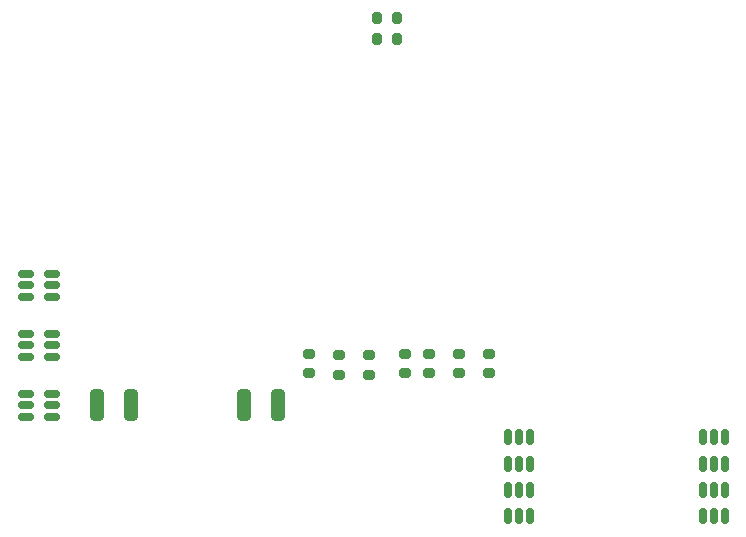
<source format=gtp>
%TF.GenerationSoftware,KiCad,Pcbnew,8.0.2-1*%
%TF.CreationDate,2024-11-16T15:05:08-05:00*%
%TF.ProjectId,Incubator-PowerBoard,496e6375-6261-4746-9f72-2d506f776572,v01a*%
%TF.SameCoordinates,Original*%
%TF.FileFunction,Paste,Top*%
%TF.FilePolarity,Positive*%
%FSLAX46Y46*%
G04 Gerber Fmt 4.6, Leading zero omitted, Abs format (unit mm)*
G04 Created by KiCad (PCBNEW 8.0.2-1) date 2024-11-16 15:05:08*
%MOMM*%
%LPD*%
G01*
G04 APERTURE LIST*
G04 Aperture macros list*
%AMRoundRect*
0 Rectangle with rounded corners*
0 $1 Rounding radius*
0 $2 $3 $4 $5 $6 $7 $8 $9 X,Y pos of 4 corners*
0 Add a 4 corners polygon primitive as box body*
4,1,4,$2,$3,$4,$5,$6,$7,$8,$9,$2,$3,0*
0 Add four circle primitives for the rounded corners*
1,1,$1+$1,$2,$3*
1,1,$1+$1,$4,$5*
1,1,$1+$1,$6,$7*
1,1,$1+$1,$8,$9*
0 Add four rect primitives between the rounded corners*
20,1,$1+$1,$2,$3,$4,$5,0*
20,1,$1+$1,$4,$5,$6,$7,0*
20,1,$1+$1,$6,$7,$8,$9,0*
20,1,$1+$1,$8,$9,$2,$3,0*%
G04 Aperture macros list end*
%ADD10RoundRect,0.200000X0.275000X-0.200000X0.275000X0.200000X-0.275000X0.200000X-0.275000X-0.200000X0*%
%ADD11RoundRect,0.250000X-0.312500X-1.075000X0.312500X-1.075000X0.312500X1.075000X-0.312500X1.075000X0*%
%ADD12RoundRect,0.150000X-0.512500X-0.150000X0.512500X-0.150000X0.512500X0.150000X-0.512500X0.150000X0*%
%ADD13RoundRect,0.150000X0.150000X-0.512500X0.150000X0.512500X-0.150000X0.512500X-0.150000X-0.512500X0*%
%ADD14RoundRect,0.200000X0.200000X0.275000X-0.200000X0.275000X-0.200000X-0.275000X0.200000X-0.275000X0*%
%ADD15RoundRect,0.150000X0.512500X0.150000X-0.512500X0.150000X-0.512500X-0.150000X0.512500X-0.150000X0*%
%ADD16RoundRect,0.250000X0.312500X1.075000X-0.312500X1.075000X-0.312500X-1.075000X0.312500X-1.075000X0*%
G04 APERTURE END LIST*
D10*
%TO.C,R8*%
X152400000Y-63309000D03*
X152400000Y-61659000D03*
%TD*%
D11*
%TO.C,R1*%
X136713500Y-66040000D03*
X139638500Y-66040000D03*
%TD*%
D12*
%TO.C,Q6*%
X118242500Y-65090000D03*
X118242500Y-66040000D03*
X118242500Y-66990000D03*
X120517500Y-66990000D03*
X120517500Y-66040000D03*
X120517500Y-65090000D03*
%TD*%
D13*
%TO.C,Q2*%
X175580000Y-75432500D03*
X176530000Y-75432500D03*
X177480000Y-75432500D03*
X177480000Y-73157500D03*
X176530000Y-73157500D03*
X175580000Y-73157500D03*
%TD*%
D10*
%TO.C,R6*%
X157480000Y-63309000D03*
X157480000Y-61659000D03*
%TD*%
%TO.C,R5*%
X150368000Y-63309000D03*
X150368000Y-61659000D03*
%TD*%
D14*
%TO.C,R4*%
X149669000Y-33274000D03*
X148019000Y-33274000D03*
%TD*%
D10*
%TO.C,R11*%
X147320000Y-63436000D03*
X147320000Y-61786000D03*
%TD*%
D15*
%TO.C,Q7*%
X120517500Y-61910000D03*
X120517500Y-60960000D03*
X120517500Y-60010000D03*
X118242500Y-60010000D03*
X118242500Y-60960000D03*
X118242500Y-61910000D03*
%TD*%
D14*
%TO.C,R3*%
X149669000Y-35052000D03*
X148019000Y-35052000D03*
%TD*%
D15*
%TO.C,Q3*%
X120517500Y-56830000D03*
X120517500Y-55880000D03*
X120517500Y-54930000D03*
X118242500Y-54930000D03*
X118242500Y-55880000D03*
X118242500Y-56830000D03*
%TD*%
D16*
%TO.C,R2*%
X127192500Y-66040000D03*
X124267500Y-66040000D03*
%TD*%
D10*
%TO.C,R10*%
X144780000Y-63436000D03*
X144780000Y-61786000D03*
%TD*%
D13*
%TO.C,Q1*%
X159070000Y-75432500D03*
X160020000Y-75432500D03*
X160970000Y-75432500D03*
X160970000Y-73157500D03*
X160020000Y-73157500D03*
X159070000Y-73157500D03*
%TD*%
%TO.C,Q4*%
X159070000Y-70987500D03*
X160020000Y-70987500D03*
X160970000Y-70987500D03*
X160970000Y-68712500D03*
X160020000Y-68712500D03*
X159070000Y-68712500D03*
%TD*%
%TO.C,Q5*%
X175580000Y-70987500D03*
X176530000Y-70987500D03*
X177480000Y-70987500D03*
X177480000Y-68712500D03*
X176530000Y-68712500D03*
X175580000Y-68712500D03*
%TD*%
D10*
%TO.C,R9*%
X142240000Y-63309000D03*
X142240000Y-61659000D03*
%TD*%
%TO.C,R7*%
X154940000Y-63309000D03*
X154940000Y-61659000D03*
%TD*%
M02*

</source>
